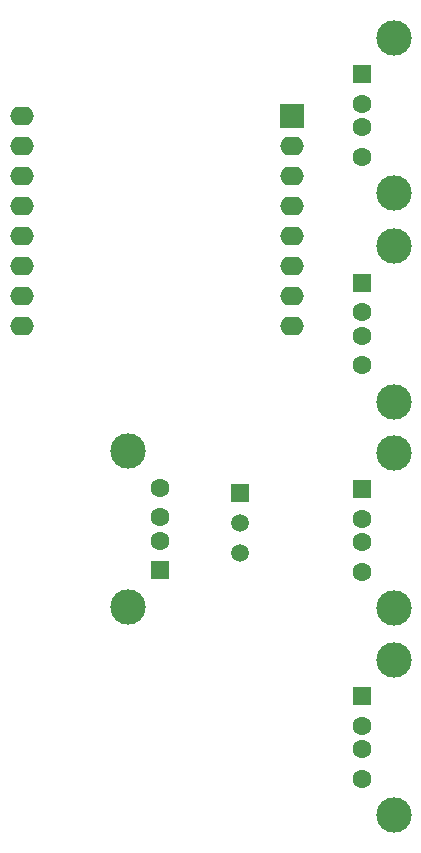
<source format=gbr>
%TF.GenerationSoftware,KiCad,Pcbnew,8.0.6*%
%TF.CreationDate,2024-11-09T17:18:42+01:00*%
%TF.ProjectId,Bridge,42726964-6765-42e6-9b69-6361645f7063,rev?*%
%TF.SameCoordinates,Original*%
%TF.FileFunction,Soldermask,Bot*%
%TF.FilePolarity,Negative*%
%FSLAX46Y46*%
G04 Gerber Fmt 4.6, Leading zero omitted, Abs format (unit mm)*
G04 Created by KiCad (PCBNEW 8.0.6) date 2024-11-09 17:18:42*
%MOMM*%
%LPD*%
G01*
G04 APERTURE LIST*
%ADD10R,1.500000X1.500000*%
%ADD11C,1.500000*%
%ADD12R,1.500000X1.600000*%
%ADD13C,1.600000*%
%ADD14C,3.000000*%
%ADD15R,2.000000X2.000000*%
%ADD16O,2.000000X1.600000*%
G04 APERTURE END LIST*
D10*
%TO.C,U2*%
X92000000Y-138420000D03*
D11*
X92000000Y-140960000D03*
X92000000Y-143500000D03*
%TD*%
D12*
%TO.C,J5*%
X102290000Y-155570000D03*
D13*
X102290000Y-158070000D03*
X102290000Y-160070000D03*
X102290000Y-162570000D03*
D14*
X105000000Y-152500000D03*
X105000000Y-165640000D03*
%TD*%
D12*
%TO.C,J3*%
X102290000Y-120570000D03*
D13*
X102290000Y-123070000D03*
X102290000Y-125070000D03*
X102290000Y-127570000D03*
D14*
X105000000Y-117500000D03*
X105000000Y-130640000D03*
%TD*%
D12*
%TO.C,J1*%
X85210000Y-144930000D03*
D13*
X85210000Y-142430000D03*
X85210000Y-140430000D03*
X85210000Y-137930000D03*
D14*
X82500000Y-148000000D03*
X82500000Y-134860000D03*
%TD*%
D15*
%TO.C,U1*%
X96360000Y-106500000D03*
D16*
X96360000Y-109040000D03*
X96360000Y-111580000D03*
X96360000Y-114120000D03*
X96360000Y-116660000D03*
X96360000Y-119200000D03*
X96360000Y-121740000D03*
X96360000Y-124280000D03*
X73500000Y-124280000D03*
X73500000Y-121740000D03*
X73500000Y-119200000D03*
X73500000Y-116660000D03*
X73500000Y-114120000D03*
X73500000Y-111580000D03*
X73500000Y-109040000D03*
X73500000Y-106500000D03*
%TD*%
D12*
%TO.C,J4*%
X102290000Y-138070000D03*
D13*
X102290000Y-140570000D03*
X102290000Y-142570000D03*
X102290000Y-145070000D03*
D14*
X105000000Y-135000000D03*
X105000000Y-148140000D03*
%TD*%
D12*
%TO.C,J2*%
X102290000Y-102930000D03*
D13*
X102290000Y-105430000D03*
X102290000Y-107430000D03*
X102290000Y-109930000D03*
D14*
X105000000Y-99860000D03*
X105000000Y-113000000D03*
%TD*%
M02*

</source>
